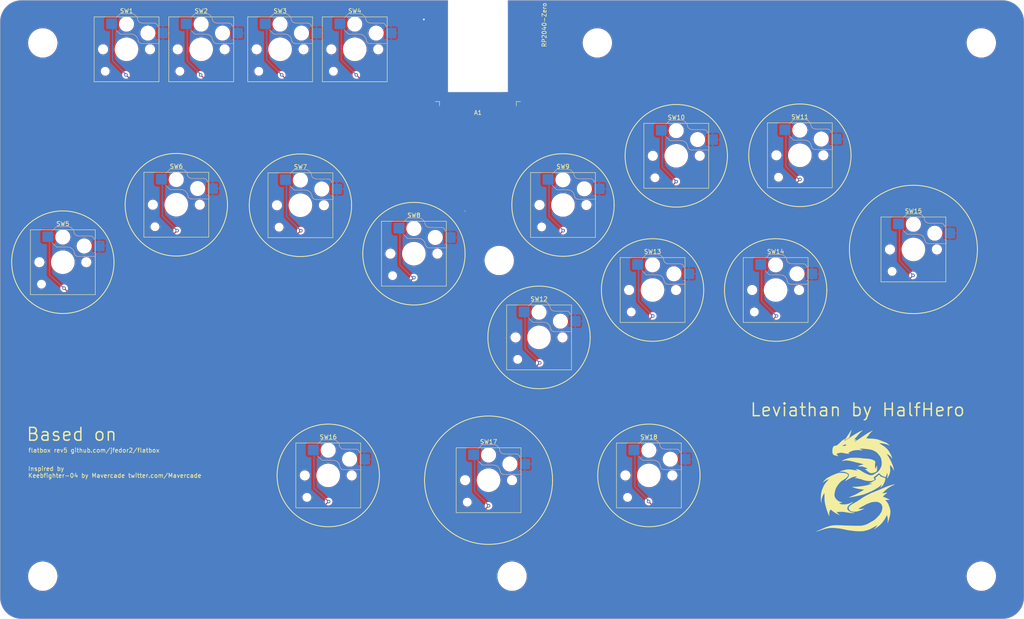
<source format=kicad_pcb>
(kicad_pcb (version 20240108) (generator "pcbnew") (generator_version "8.0")
  (layers (0 "F.Cu" signal) (31 "B.Cu" signal) (34 "B.Paste" user) (35 "F.Paste" user) (36 "B.SilkS" user "B.Silkscreen") (37 "F.SilkS" user "F.Silkscreen") (38 "B.Mask" user) (39 "F.Mask" user) (44 "Edge.Cuts" user))
  (net 0 "")
  (net 1 "GND")
  (net 2 "LEFT")
  (net 3 "DOWN")
  (net 4 "RIGHT")
  (net 5 "UP")
  (net 6 "L1")
  (net 7 "R1")
  (net 8 "TRIANGLE")
  (net 9 "SQUARE")
  (net 10 "CIRCLE")
  (net 11 "CROSS")
  (net 12 "R2")
  (net 13 "L2")
  (net 14 "OPT1")
  (net 15 "OPT2")
  (net 16 "OPT3")
  (net 17 "OPT4")
  (net 18 "OPT5")
  (net 19 "OPT6")
  (footprint "PCM_Switch_Keyboard_Hotswap_Kailh:SW_Hotswap_Kailh_Choc_V1V2" (layer "F.Cu") (at 120.4 68.05)
    (property "Reference" "SW7")
    (property "Value" "SW_Push")
  )
  (footprint "PCM_Switch_Keyboard_Hotswap_Kailh:SW_Hotswap_Kailh_Choc_V1V2" (layer "F.Cu") (at 147 79.4)
    (property "Reference" "SW8")
    (property "Value" "SW_Push")
  )
  (footprint "PCM_Switch_Keyboard_Hotswap_Kailh:SW_Hotswap_Kailh_Choc_V1V2" (layer "F.Cu") (at 164.5 132.5)
    (property "Reference" "SW17")
    (property "Value" "SW_Push")
  )
  (footprint "PCM_Switch_Keyboard_Hotswap_Kailh:SW_Hotswap_Kailh_Choc_V1V2" (layer "F.Cu") (at 181.94 67.99)
    (property "Reference" "SW9")
    (property "Value" "SW_Push")
  )
  (footprint "PCM_Switch_Keyboard_Hotswap_Kailh:SW_Hotswap_Kailh_Choc_V1V2" (layer "F.Cu") (at 208.5 56.46)
    (property "Reference" "SW10")
    (property "Value" "SW_Push")
  )
  (footprint "PCM_Switch_Keyboard_Hotswap_Kailh:SW_Hotswap_Kailh_Choc_V1V2" (layer "F.Cu") (at 237.47 56.34)
    (property "Reference" "SW11")
    (property "Value" "SW_Push")
  )
  (footprint "PCM_Switch_Keyboard_Hotswap_Kailh:SW_Hotswap_Kailh_Choc_V1V2" (layer "F.Cu") (at 176.33 99.03)
    (property "Reference" "SW12")
    (property "Value" "SW_Push")
  )
  (footprint "PCM_Switch_Keyboard_Hotswap_Kailh:SW_Hotswap_Kailh_Choc_V1V2" (layer "F.Cu") (at 202.94 87.92)
    (property "Reference" "SW13")
    (property "Value" "SW_Push")
  )
  (footprint "PCM_Switch_Keyboard_Hotswap_Kailh:SW_Hotswap_Kailh_Choc_V1V2" (layer "F.Cu") (at 231.79 87.92)
    (property "Reference" "SW14")
    (property "Value" "SW_Push")
  )
  (footprint "MountingHole:MountingHole_6.4mm_M6" (layer "F.Cu") (at 60 30)
    (property "Reference" "H1" (hide yes))
    (property "Value" "MountingHole")
  )
  (footprint "MountingHole:MountingHole_6.4mm_M6" (layer "F.Cu") (at 60 155)
    (property "Reference" "H4" (hide yes))
    (property "Value" "MountingHole")
  )
  (footprint "MountingHole:MountingHole_6.4mm_M6" (layer "F.Cu") (at 280 155)
    (property "Reference" "H6" (hide yes))
    (property "Value" "MountingHole")
  )
  (footprint "PCM_Switch_Keyboard_Hotswap_Kailh:SW_Hotswap_Kailh_Choc_V1V2" (layer "F.Cu") (at 91.305 67.93)
    (property "Reference" "SW6")
    (property "Value" "SW_Push")
  )
  (footprint "MountingHole:MountingHole_6.4mm_M6" (layer "F.Cu") (at 280 30)
    (property "Reference" "H3" (hide yes))
    (property "Value" "MountingHole")
  )
  (footprint "PCM_Switch_Keyboard_Hotswap_Kailh:SW_Hotswap_Kailh_Choc_V1V2_1.00u" (layer "F.Cu") (at 97.1375 31.5)
    (property "Reference" "SW2")
    (property "Value" "SW_Push")
  )
  (footprint "PCM_Switch_Keyboard_Hotswap_Kailh:SW_Hotswap_Kailh_Choc_V1V2_1.00u" (layer "F.Cu") (at 115.6365 31.5)
    (property "Reference" "SW3")
    (property "Value" "SW_Push")
  )
  (footprint "PCM_Switch_Keyboard_Hotswap_Kailh:SW_Hotswap_Kailh_Choc_V1V2_1.00u" (layer "F.Cu") (at 79.6375 31.5)
    (property "Reference" "SW1")
    (property "Value" "SW_Push")
  )
  (footprint "PCM_Switch_Keyboard_Hotswap_Kailh:SW_Hotswap_Kailh_Choc_V1V2_1.00u" (layer "F.Cu") (at 133.1375 31.5)
    (property "Reference" "SW4")
    (property "Value" "SW_Push")
  )
  (footprint "PCM_Switch_Keyboard_Hotswap_Kailh:SW_Hotswap_Kailh_Choc_V1V2" (layer "F.Cu") (at 64.705 81.4)
    (property "Reference" "SW5")
    (property "Value" "SW_Push")
  )
  (footprint "PCM_Switch_Keyboard_Hotswap_Kailh:SW_Hotswap_Kailh_Choc_V1V2" (layer "F.Cu") (at 264.086255 78.410082)
    (property "Reference" "SW15")
    (property "Value" "SW_Push")
  )
  (footprint "PCM_Switch_Keyboard_Hotswap_Kailh:SW_Hotswap_Kailh_Choc_V1V2" (layer "F.Cu") (at 126.92 131.38)
    (property "Reference" "SW16")
    (property "Value" "SW_Push")
  )
  (footprint "LOGO" (layer "F.Cu") (at 250.66 132.44)
    (property "Reference" "leviathan-logo" (hide yes))
    (property "Value" "" (hide yes))
  )
  (footprint "RP2040-Zero:RP2040-Zero" (layer "F.Cu") (at 162 32)
    (property "Reference" "A1")
    (property "Value" "RP2040-Zero")
  )
  (footprint "MountingHole:MountingHole_6.4mm_M6" (layer "F.Cu") (at 167 81)
    (property "Reference" "H7" (hide yes))
    (property "Value" "MountingHole")
  )
  (footprint "MountingHole:MountingHole_6.4mm_M6" (layer "F.Cu") (at 190 30)
    (property "Reference" "H2" (hide yes))
    (property "Value" "MountingHole")
  )
  (footprint "MountingHole:MountingHole_6.4mm_M6" (layer "F.Cu") (at 170 155)
    (property "Reference" "H5" (hide yes))
    (property "Value" "MountingHole")
  )
  (footprint "PCM_Switch_Keyboard_Hotswap_Kailh:SW_Hotswap_Kailh_Choc_V1V2" (layer "F.Cu") (at 202.08 131.38)
    (property "Reference" "SW18")
    (property "Value" "SW_Push")
  )
  (gr_line (start 249.462567 56.343258) (end 249.462567 56.343258) (stroke (width 0.2)) (layer "F.SilkS"))
  (gr_curve (pts (xy 132.917215 141.799308) (xy 129.20603 143.947765) (xy 124.633662 143.947765) (xy 120.922477 141.799308)) (stroke (width 0.2)) (layer "F.SilkS"))
  (gr_curve (pts (xy 108.400345 68.05053) (xy 108.400345 63.753617) (xy 110.686529 59.783105) (xy 114.397714 57.634648)) (stroke (width 0.2)) (layer "F.SilkS"))
  (gr_curve (pts (xy 70.701646 91.818162) (xy 66.990462 93.966619) (xy 62.418093 93.966619) (xy 58.706909 91.818162)) (stroke (width 0.2)) (layer "F.SilkS"))
  (gr_curve (pts (xy 126.392452 57.634648) (xy 130.103636 59.783105) (xy 132.389821 63.753617) (xy 132.389821 68.05053)) (stroke (width 0.2)) (layer "F.SilkS"))
  (gr_curve (pts (xy 214.492661 66.8774) (xy 210.781476 69.025857) (xy 206.209108 69.025857) (xy 202.497923 66.8774)) (stroke (width 0.2)) (layer "F.SilkS"))
  (gr_curve (pts (xy 249.077592 78.409747) (xy 249.077592 73.034523) (xy 251.937493 68.067611) (xy 256.58 65.38)) (stroke (width 0.2)) (layer "F.SilkS"))
  (gr_line (start 220.49003 56.461518) (end 220.49003 56.461518) (stroke (width 0.2)) (layer "F.SilkS"))
  (gr_curve (pts (xy 156.993745 145.529412) (xy 152.351238 142.8418) (xy 149.491337 137.874889) (xy 149.491337 132.499665)) (stroke (width 0.2)) (layer "F.SilkS"))
  (gr_curve (pts (xy 237.78893 98.333303) (xy 234.077745 100.481759) (xy 229.505377 100.481759) (xy 225.794192 98.333303)) (stroke (width 0.2)) (layer "F.SilkS"))
  (gr_curve (pts (xy 279.087224 78.409747) (xy 279.087224 83.784971) (xy 276.227322 88.751882) (xy 271.584816 91.439494)) (stroke (width 0.2)) (layer "F.SilkS"))
  (gr_curve (pts (xy 190.085108 131.383426) (xy 190.085108 127.086513) (xy 192.371293 123.116001) (xy 196.082477 120.967546)) (stroke (width 0.2)) (layer "F.SilkS"))
  (gr_curve (pts (xy 70.701646 70.986398) (xy 74.412831 73.134855) (xy 76.699015 77.105367) (xy 76.699015 81.40228)) (stroke (width 0.2)) (layer "F.SilkS"))
  (gr_curve (pts (xy 225.794192 77.501539) (xy 229.505377 75.353082) (xy 234.077745 75.353082) (xy 237.78893 77.501539)) (stroke (width 0.2)) (layer "F.SilkS"))
  (gr_curve (pts (xy 175.945684 78.410868) (xy 172.234499 76.262411) (xy 169.948315 72.2919) (xy 169.948315 67.994986)) (stroke (width 0.2)) (layer "F.SilkS"))
  (gr_curve (pts (xy 243.786299 87.917421) (xy 243.786299 92.214334) (xy 241.500115 96.184846) (xy 237.78893 98.333303)) (stroke (width 0.2)) (layer "F.SilkS"))
  (gr_curve (pts (xy 120.922477 120.967546) (xy 124.633662 118.819088) (xy 129.20603 118.819088) (xy 132.917215 120.967546)) (stroke (width 0.2)) (layer "F.SilkS"))
  (gr_curve (pts (xy 243.465198 45.927376) (xy 247.176383 48.075832) (xy 249.462567 52.046344) (xy 249.462567 56.343258)) (stroke (width 0.2)) (layer "F.SilkS"))
  (gr_line (start 214.932021 87.917421) (end 214.932021 87.917421) (stroke (width 0.2)) (layer "F.SilkS"))
  (gr_curve (pts (xy 126.392452 78.466412) (xy 122.681267 80.614869) (xy 118.108899 80.614869) (xy 114.397714 78.466412)) (stroke (width 0.2)) (layer "F.SilkS"))
  (gr_curve (pts (xy 208.934652 98.333303) (xy 205.223467 100.481759) (xy 200.651099 100.481759) (xy 196.939914 98.333303)) (stroke (width 0.2)) (layer "F.SilkS"))
  (gr_line (start 279.087224 78.409747) (end 279.087224 78.409747) (stroke (width 0.2)) (layer "F.SilkS"))
  (gr_curve (pts (xy 219.796823 87.917421) (xy 219.796823 83.620507) (xy 222.083008 79.649996) (xy 225.794192 77.501539)) (stroke (width 0.2)) (layer "F.SilkS"))
  (gr_curve (pts (xy 171.998561 145.529412) (xy 167.356055 148.217024) (xy 161.636251 148.217024) (xy 156.993745 145.529412)) (stroke (width 0.2)) (layer "F.SilkS"))
  (gr_curve (pts (xy 202.497923 46.045636) (xy 206.209108 43.89718) (xy 210.781476 43.89718) (xy 214.492661 46.045636)) (stroke (width 0.2)) (layer "F.SilkS"))
  (gr_curve (pts (xy 114.925108 131.383426) (xy 114.925108 127.086513) (xy 117.211293 123.116001) (xy 120.922477 120.967546)) (stroke (width 0.2)) (layer "F.SilkS"))
  (gr_curve (pts (xy 120.922477 141.799308) (xy 117.211293 139.650852) (xy 114.925108 135.68034) (xy 114.925108 131.383426)) (stroke (width 0.2)) (layer "F.SilkS"))
  (gr_curve (pts (xy 97.301646 57.516398) (xy 101.012831 59.664855) (xy 103.299015 63.635367) (xy 103.299015 67.93228)) (stroke (width 0.2)) (layer "F.SilkS"))
  (gr_curve (pts (xy 58.706909 70.986398) (xy 62.418093 68.837941) (xy 66.990462 68.837941) (xy 70.701646 70.986398)) (stroke (width 0.2)) (layer "F.SilkS"))
  (gr_curve (pts (xy 193.937791 67.994986) (xy 193.937791 72.2919) (xy 191.651607 76.262411) (xy 187.940422 78.410868)) (stroke (width 0.2)) (layer "F.SilkS"))
  (gr_curve (pts (xy 85.306909 57.516398) (xy 89.018093 55.367941) (xy 93.590462 55.367941) (xy 97.301646 57.516398)) (stroke (width 0.2)) (layer "F.SilkS"))
  (gr_curve (pts (xy 164.335108 99.033426) (xy 164.335108 94.736513) (xy 166.621293 90.766001) (xy 170.332477 88.617546)) (stroke (width 0.2)) (layer "F.SilkS"))
  (gr_curve (pts (xy 196.082477 141.799308) (xy 192.371293 139.650852) (xy 190.085108 135.68034) (xy 190.085108 131.383426)) (stroke (width 0.2)) (layer "F.SilkS"))
  (gr_curve (pts (xy 225.473091 56.343258) (xy 225.473091 52.046344) (xy 227.759275 48.075832) (xy 231.47046 45.927376)) (stroke (width 0.2)) (layer "F.SilkS"))
  (gr_curve (pts (xy 152.999904 89.818924) (xy 149.288719 91.96738) (xy 144.716351 91.96738) (xy 141.005166 89.818924)) (stroke (width 0.2)) (layer "F.SilkS"))
  (gr_curve (pts (xy 135.007798 79.403042) (xy 135.007798 75.106128) (xy 137.293982 71.135617) (xy 141.005166 68.98716)) (stroke (width 0.2)) (layer "F.SilkS"))
  (gr_curve (pts (xy 170.332477 88.617546) (xy 174.043662 86.469088) (xy 178.61603 86.469088) (xy 182.327215 88.617546)) (stroke (width 0.2)) (layer "F.SilkS"))
  (gr_curve (pts (xy 187.940422 57.579104) (xy 191.651607 59.727561) (xy 193.937791 63.698073) (xy 193.937791 67.994986)) (stroke (width 0.2)) (layer "F.SilkS"))
  (gr_curve (pts (xy 196.082477 120.967546) (xy 199.793662 118.819088) (xy 204.36603 118.819088) (xy 208.077215 120.967546)) (stroke (width 0.2)) (layer "F.SilkS"))
  (gr_curve (pts (xy 208.077215 120.967546) (xy 211.7884 123.116001) (xy 214.074584 127.086513) (xy 214.074584 131.383426)) (stroke (width 0.2)) (layer "F.SilkS"))
  (gr_curve (pts (xy 58.706909 91.818162) (xy 54.995724 89.669705) (xy 52.70954 85.699193) (xy 52.70954 81.40228)) (stroke (width 0.2)) (layer "F.SilkS"))
  (gr_line (start 188.324584 99.033426) (end 188.324584 99.033426) (stroke (width 0.2)) (layer "F.SilkS"))
  (gr_curve (pts (xy 214.932021 87.917421) (xy 214.932021 92.214334) (xy 212.645837 96.184846) (xy 208.934652 98.333303)) (stroke (width 0.2)) (layer "F.SilkS"))
  (gr_curve (pts (xy 171.998561 119.469918) (xy 176.641067 122.157529) (xy 179.500969 127.124441) (xy 179.500969 132.499665)) (stroke (width 0.2)) (layer "F.SilkS"))
  (gr_curve (pts (xy 208.077215 141.799308) (xy 204.36603 143.947765) (xy 199.793662 143.947765) (xy 196.082477 141.799308)) (stroke (width 0.2)) (layer "F.SilkS"))
  (gr_curve (pts (xy 97.301646 78.348162) (xy 93.590462 80.496619) (xy 89.018093 80.496619) (xy 85.306909 78.348162)) (stroke (width 0.2)) (layer "F.SilkS"))
  (gr_curve (pts (xy 202.497923 66.8774) (xy 198.786739 64.728943) (xy 196.500555 60.758432) (xy 196.500555 56.461518)) (stroke (width 0.2)) (layer "F.SilkS"))
  (gr_curve (pts (xy 149.491337 132.499665) (xy 149.491337 127.124441) (xy 152.351238 122.157529) (xy 156.993745 119.469918)) (stroke (width 0.2)) (layer "F.SilkS"))
  (gr_line (start 193.937791 67.994986) (end 193.937791 67.994986) (stroke (width 0.2)) (layer "F.SilkS"))
  (gr_curve (pts (xy 182.327215 88.617546) (xy 186.0384 90.766001) (xy 188.324584 94.736513) (xy 188.324584 99.033426)) (stroke (width 0.2)) (layer "F.SilkS"))
  (gr_curve (pts (xy 256.58 91.439494) (xy 251.937493 88.751882) (xy 249.077592 83.784971) (xy 249.077592 78.409747)) (stroke (width 0.2)) (layer "F.SilkS"))
  (gr_curve (pts (xy 196.939914 98.333303) (xy 193.228729 96.184846) (xy 190.942545 92.214334) (xy 190.942545 87.917421)) (stroke (width 0.2)) (layer "F.SilkS"))
  (gr_curve (pts (xy 214.492661 46.045636) (xy 218.203846 48.194093) (xy 220.49003 52.164605) (xy 220.49003 56.461518)) (stroke (width 0.2)) (layer "F.SilkS"))
  (gr_curve (pts (xy 196.939914 77.501539) (xy 200.651099 75.353082) (xy 205.223467 75.353082) (xy 208.934652 77.501539)) (stroke (width 0.2)) (layer "F.SilkS"))
  (gr_curve (pts (xy 103.299015 67.93228) (xy 103.299015 72.229193) (xy 101.012831 76.199705) (xy 97.301646 78.348162)) (stroke (width 0.2)) (layer "F.SilkS"))
  (gr_curve (pts (xy 214.074584 131.383426) (xy 214.074584 135.68034) (xy 211.7884 139.650852) (xy 208.077215 141.799308)) (stroke (width 0.2)) (layer "F.SilkS"))
  (gr_curve (pts (xy 196.500555 56.461518) (xy 196.500555 52.164605) (xy 198.786739 48.194093) (xy 202.497923 46.045636)) (stroke (width 0.2)) (layer "F.SilkS"))
  (gr_curve (pts (xy 256.58 65.38) (xy 261.222506 62.692388) (xy 266.94231 62.692388) (xy 271.584816 65.38)) (stroke (width 0.2)) (layer "F.SilkS"))
  (gr_line (start 103.299015 67.93228) (end 103.299015 67.93228) (stroke (width 0.2)) (layer "F.SilkS"))
  (gr_curve (pts (xy 141.005166 68.98716) (xy 144.716351 66.838703) (xy 149.288719 66.838703) (xy 152.999904 68.98716)) (stroke (width 0.2)) (layer "F.SilkS"))
  (gr_curve (pts (xy 179.500969 132.499665) (xy 179.500969 137.874889) (xy 176.641067 142.8418) (xy 171.998561 145.529412)) (stroke (width 0.2)) (layer "F.SilkS"))
  (gr_curve (pts (xy 190.942545 87.917421) (xy 190.942545 83.620507) (xy 193.228729 79.649996) (xy 196.939914 77.501539)) (stroke (width 0.2)) (layer "F.SilkS"))
  (gr_curve (pts (xy 138.914584 131.383426) (xy 138.914584 135.68034) (xy 136.6284 139.650852) (xy 132.917215 141.799308)) (stroke (width 0.2)) (layer "F.SilkS"))
  (gr_curve (pts (xy 52.70954 81.40228) (xy 52.70954 77.105367) (xy 54.995724 73.134855) (xy 58.706909 70.986398)) (stroke (width 0.2)) (layer "F.SilkS"))
  (gr_curve (pts (xy 152.999904 68.98716) (xy 156.711089 71.135617) (xy 158.997273 75.106128) (xy 158.997273 79.403042)) (stroke (width 0.2)) (layer "F.SilkS"))
  (gr_curve (pts (xy 156.993745 119.469918) (xy 161.636251 116.782306) (xy 167.356055 116.782306) (xy 171.998561 119.469918)) (stroke (width 0.2)) (layer "F.SilkS"))
  (gr_curve (pts (xy 141.005166 89.818924) (xy 137.293982 87.670467) (xy 135.007798 83.699955) (xy 135.007798 79.403042)) (stroke (width 0.2)) (layer "F.SilkS"))
  (gr_curve (pts (xy 243.465198 66.759139) (xy 239.754013 68.907596) (xy 235.181645 68.907596) (xy 231.47046 66.759139)) (stroke (width 0.2)) (layer "F.SilkS"))
  (gr_curve (pts (xy 114.397714 78.466412) (xy 110.686529 76.317955) (xy 108.400345 72.347444) (xy 108.400345 68.05053)) (stroke (width 0.2)) (layer "F.SilkS"))
  (gr_curve (pts (xy 220.49003 56.461518) (xy 220.49003 60.758432) (xy 218.203846 64.728943) (xy 214.492661 66.8774)) (stroke (width 0.2)) (layer "F.SilkS"))
  (gr_curve (pts (xy 132.917215 120.967546) (xy 136.6284 123.116001) (xy 138.914584 127.086513) (xy 138.914584 131.383426)) (stroke (width 0.2)) (layer "F.SilkS"))
  (gr_curve (pts (xy 231.47046 66.759139) (xy 227.759275 64.610683) (xy 225.473091 60.640171) (xy 225.473091 56.343258)) (stroke (width 0.2)) (layer "F.SilkS"))
  (gr_curve (pts (xy 170.332477 109.449308) (xy 166.621293 107.300852) (xy 164.335108 103.33034) (xy 164.335108 99.033426)) (stroke (width 0.2)) (layer "F.SilkS"))
  (gr_curve (pts (xy 114.397714 57.634648) (xy 118.108899 55.486192) (xy 122.681267 55.486192) (xy 126.392452 57.634648)) (stroke (width 0.2)) (layer "F.SilkS"))
  (gr_curve (pts (xy 169.948315 67.994986) (xy 169.948315 63.698073) (xy 172.234499 59.727561) (xy 175.945684 57.579104)) (stroke (width 0.2)) (layer "F.SilkS"))
  (gr_line (start 158.997273 69.403042) (end 158.997273 69.403042) (stroke (width 0.2)) (layer "F.SilkS"))
  (gr_curve (pts (xy 271.584816 65.38) (xy 276.227322 68.067611) (xy 279.087224 73.034523) (xy 279.087224 78.409747)) (stroke (width 0.2)) (layer "F.SilkS"))
  (gr_line (start 132.389821 68.05053) (end 132.389821 68.05053) (stroke (width 0.2)) (layer "F.SilkS"))
  (gr_curve (pts (xy 182.327215 109.449308) (xy 178.61603 111.597765) (xy 174.043662 111.597765) (xy 170.332477 109.449308)) (stroke (width 0.2)) (layer "F.SilkS"))
  (gr_curve (pts (xy 188.324584 99.033426) (xy 188.324584 103.33034) (xy 186.0384 107.300852) (xy 182.327215 109.449308)) (stroke (width 0.2)) (layer "F.SilkS"))
  (gr_curve (pts (xy 132.389821 68.05053) (xy 132.389821 72.347444) (xy 130.103636 76.317955) (xy 126.392452 78.466412)) (stroke (width 0.2)) (layer "F.SilkS"))
  (gr_curve (pts (xy 225.794192 98.333303) (xy 222.083008 96.184846) (xy 219.796823 92.214334) (xy 219.796823 87.917421)) (stroke (width 0.2)) (layer "F.SilkS"))
  (gr_curve (pts (xy 208.934652 77.501539) (xy 212.645837 79.649996) (xy 214.932021 83.620507) (xy 214.932021 87.917421)) (stroke (width 0.2)) (layer "F.SilkS"))
  (gr_curve (pts (xy 85.306909 78.348162) (xy 81.595724 76.199705) (xy 79.30954 72.229193) (xy 79.30954 67.93228)) (stroke (width 0.2)) (layer "F.SilkS"))
  (gr_curve (pts (xy 76.699015 81.40228) (xy 76.699015 85.699193) (xy 74.412831 89.669705) (xy 70.701646 91.818162)) (stroke (width 0.2)) (layer "F.SilkS"))
  (gr_curve (pts (xy 79.30954 67.93228) (xy 79.30954 63.635367) (xy 81.595724 59.664855) (xy 85.306909 57.516398)) (stroke (width 0.2)) (layer "F.SilkS"))
  (gr_line (start 179.500969 132.499665) (end 179.500969 132.499665) (stroke (width 0.2)) (layer "F.SilkS"))
  (gr_curve (pts (xy 158.997273 79.403042) (xy 158.997273 83.699955) (xy 156.711089 87.670467) (xy 152.999904 89.818924)) (stroke (width 0.2)) (layer "F.SilkS"))
  (gr_curve (pts (xy 187.940422 78.410868) (xy 184.229237 80.559325) (xy 179.656869 80.559325) (xy 175.945684 78.410868)) (stroke (width 0.2)) (layer "F.SilkS"))
  (gr_curve (pts (xy 237.78893 77.501539) (xy 241.500115 79.649996) (xy 243.786299 83.620507) (xy 243.786299 87.917421)) (stroke (width 0.2)) (layer "F.SilkS"))
  (gr_curve (pts (xy 231.47046 45.927376) (xy 235.181645 43.778919) (xy 239.754013 43.778919) (xy 243.465198 45.927376)) (stroke (width 0.2)) (layer "F.SilkS"))
  (gr_curve (pts (xy 249.462567 56.343258) (xy 249.462567 60.640171) (xy 247.176383 64.610683) (xy 243.465198 66.759139)) (stroke (width 0.2)) (layer "F.SilkS"))
  (gr_curve (pts (xy 175.945684 57.579104) (xy 179.656869 55.430648) (xy 184.229237 55.430648) (xy 187.940422 57.579104)) (stroke (width 0.2)) (layer "F.SilkS"))
  (gr_line (start 243.786299 87.917421) (end 243.786299 87.917421) (stroke (width 0.2)) (layer "F.SilkS"))
  (gr_curve (pts (xy 271.584816 91.439494) (xy 266.94231 94.127106) (xy 261.222506 94.127106) (xy 256.58 91.439494)) (stroke (width 0.2)) (layer "F.SilkS"))
  (gr_line (start 169 20) (end 285 20) (stroke (width 0.05)) (layer "Edge.Cuts"))
  (gr_line (start 155 20) (end 155 41.5) (stroke (width 0.05)) (layer "Edge.Cuts"))
  (gr_arc (start 285 20) (mid 288.535534 21.464466) (end 290 25) (stroke (width 0.05)) (layer "Edge.Cuts"))
  (gr_line (start 169 41.5) (end 169 20) (stroke (width 0.05)) (layer "Edge.Cuts"))
  (gr_line (start 50 25) (end 50 160) (stroke (width 0.05)) (layer "Edge.Cuts"))
  (gr_arc (start 55 165) (mid 51.464466 163.535534) (end 50 160) (stroke (width 0.05)) (layer "Edge.Cuts"))
  (gr_arc (start 50 25) (mid 51.464466 21.464466) (end 55 20) (stroke (width 0.05)) (layer "Edge.Cuts"))
  (gr_line (start 55 20) (end 155 20) (stroke (width 0.05)) (layer "Edge.Cuts"))
  (gr_arc (start 290 160) (mid 288.535534 163.535534) (end 285 165) (stroke (width 0.05)) (layer "Edge.Cuts"))
  (gr_line (start 290 25) (end 290 160) (stroke (width 0.05)) (layer "Edge.Cuts"))
  (gr_line (start 55 165) (end 285 165) (stroke (width 0.05)) (layer "Edge.Cuts"))
  (gr_line (start 155 41.5) (end 169 41.5) (stroke (width 0.05)) (layer "Edge.Cuts"))
  (gr_text "RP2040-Zero" (at 177.56 25.79 90) (layer "F.SilkS") (effects (font (size 1 1))))
  (gr_text "Based on" (at 56 123.5 0) (layer "F.SilkS") (effects (font (size 3 3) (thickness 0.33)) (justify left bottom)))
  (gr_text "Inspired by\nKeebfighter-04 by Mavercade twitter.com/Mavercade" (at 56.5 132 0) (layer "F.SilkS") (effects (font (size 1 1)) (justify left bottom)))
  (gr_text "flatbox rev5 github.com/jfedor2/flatbox" (at 72 125.5 0) (layer "F.SilkS") (effects (font (size 1 1))))
  (gr_text "Leviathan by HalfHero" (at 251 116 0) (layer "F.SilkS") (effects (font (size 3 3) (thickness 0.33))))
  (segment (start 149.33 24.5) (end 152.67 24.5) (width 0.381) (layer "F.Cu") (net 1))
  (via (at 149.33 24.5) (size 0.8) (drill 0.4) (layers "F.Cu" "B.Cu") (net 1))
  (segment (start 79 52.5) (end 79 76) (width 0.254) (layer "F.Cu") (net 2))
  (segment (start 85.5 80) (end 91.5 74) (width 0.254) (layer "F.Cu") (net 2))
  (segment (start 141.5 46.5) (end 85 46.5) (width 0.254) (layer "F.Cu") (net 2))
  (segment (start 152.84 42.16) (end 145.84 42.16) (width 0.254) (layer "F.Cu") (net 2))
  (segment (start 85 46.5) (end 79 52.5) (width 0.254) (layer "F.Cu") (net 2))
  (segment (start 83 80) (end 85.5 80) (width 0.254) (layer "F.Cu") (net 2))
  (segment (start 79 76) (end 83 80) (width 0.254) (layer "F.Cu") (net 2))
  (segment (start 145.84 42.16) (end 141.5 46.5) (width 0.254) (layer "F.Cu") (net 2))
  (via (at 91.5 74) (size 0.8) (drill 0.4) (layers "F.Cu" "B.Cu") (net 2))
  (segment (start 91.305 73.83) (end 91.5 74) (width 0.254) (layer "B.Cu") (net 2))
  (segment (start 91.5 74) (end 88.03 70.555) (width 0.254) (layer "B.Cu") (net 2))
  (segment (start 88.03 70.555) (end 88.03 61.98) (width 0.254) (layer "B.Cu") (net 2))
  (segment (start 104.5 53.5) (end 109.5 48.5) (width 0.254) (layer "F.Cu") (net 3))
  (segment (start 156.92 48.5) (end 159.46 45.96) (width 0.254) (layer "F.Cu") (net 3))
  (segment (start 109.5 48.5) (end 156.5 48.5) (width 0.254) (layer "F.Cu") (net 3))
  (segment (start 120.5 74) (end 114 80.5) (width 0.254) (layer "F.Cu") (net 3))
  (segment (start 159.46 45.96) (end 159.46 43.7) (width 0.254) (layer "F.Cu") (net 3))
  (segment (start 104.5 74.5) (end 104.5 53.5) (width 0.254) (layer "F.Cu") (net 3))
  (segment (start 156.5 48.5) (end 156.92 48.5) (width 0.254) (layer "F.Cu") (net 3))
  (segment (start 110.5 80.5) (end 104.5 74.5) (width 0.254) (layer "F.Cu") (net 3))
  (segment (start 114 80.5) (end 110.5 80.5) (width 0.254) (layer "F.Cu") (net 3))
  (via (at 120.5 74) (size 0.8) (drill 0.4) (layers "F.Cu" "B.Cu") (net 3))
  (segment (start 117.125 62.1) (end 117.125 70.675) (width 0.254) (layer "B.Cu") (net 3))
  (segment (start 120.5 74.05) (end 120.4 73.95) (width 0.254) (layer "B.Cu") (net 3))
  (segment (start 120.45 74) (end 120.5 74) (width 0.254) (layer "B.Cu") (net 3))
  (segment (start 117.125 70.675) (end 120.45 74) (width 0.254) (layer "B.Cu") (net 3))
  (segment (start 120.5 74) (end 120.5 74.05) (width 0.254) (layer "B.Cu") (net 3))
  (segment (start 134.5 51.5) (end 134.5 87.5) (width 0.254) (layer "F.Cu") (net 4))
  (segment (start 162 43.7) (end 162 46) (width 0.254) (layer "F.Cu") (net 4))
  (segment (start 162 46) (end 158.5 49.5) (width 0.254) (layer "F.Cu") (net 4))
  (segment (start 141 91) (end 147 85) (width 0.254) (layer "F.Cu") (net 4))
  (segment (start 136.5 49.5) (end 134.5 51.5) (width 0.254) (layer "F.Cu") (net 4))
  (segment (start 158.5 49.5) (end 136.5 49.5) (width 0.254) (layer "F.Cu") (net 4))
  (segment (start 138 91) (end 141 91) (width 0.254) (layer "F.Cu") (net 4))
  (segment (start 134.5 87.5) (end 138 91) (width 0.254) (layer "F.Cu") (net 4))
  (via (at 147 85) (size 0.8) (drill 0.4) (layers "F.Cu" "B.Cu") (net 4))
  (segment (start 146.7 85) (end 147 85) (width 0.254) (layer "B.Cu") (net 4))
  (segment (start 143.725 73.45) (end 143.725 82.025) (width 0.254) (layer "B.Cu") (net 4))
  (segment (start 147 85) (end 147 85.3) (width 0.254) (layer "B.Cu") (net 4))
  (segment (start 147 85.3) (end 147 85.3) (width 0.254) (layer "B.Cu") (net 4))
  (segment (start 143.725 82.025) (end 146.7 85) (width 0.254) (layer "B.Cu") (net 4))
  (segment (start 144 139) (end 151 146) (width 0.254) (layer "F.Cu") (net 5))
  (segment (start 161 49.5) (end 159.5 51) (width 0.254) (layer "F.Cu") (net 5))
  (segment (start 159.5 113.5) (end 144 129) (width 0.254) (layer "F.Cu") (net 5))
  (segment (start 144 129) (end 144 139) (width 0.254) (layer "F.Cu") (net 5))
  (segment (start 159.5 51) (end 159.5 113.5) (width 0.254) (layer "F.Cu") (net 5))
  (segment (start 157 146) (end 164.5 138.5) (width 0.254) (layer "F.Cu") (net 5))
  (segment (start 151 146) (end 157 146) (width 0.254) (layer "F.Cu") (net 5))
  (segment (start 164.54 43.7) (end 164.54 45.96) (width 0.254) (layer "F.Cu") (net 5))
  (segment (start 164.54 45.96) (end 161 49.5) (width 0.254) (layer "F.Cu") (net 5))
  (via (at 164.5 138.5) (size 0.8) (drill 0.4) (layers "F.Cu" "B.Cu") (net 5))
  (segment (start 161.225 126.55) (end 161.225 135.125) (width 0.254) (layer "B.Cu") (net 5))
  (segment (start 164.5 138.4) (end 164.5 138.5) (width 0.254) (layer "B.Cu") (net 5))
  (segment (start 164.6 138.5) (end 164.5 138.4) (width 0.254) (layer "B.Cu") (net 5))
  (segment (start 164.5 138.5) (end 164.6 138.5) (width 0.254) (layer "B.Cu") (net 5))
  (segment (start 161.225 135.125) (end 164.5 138.4) (width 0.254) (layer "B.Cu") (net 5))
  (segment (start 251 45) (end 251 69.5) (width 0.254) (layer "F.Cu") (net 6))
  (segment (start 194 41) (end 195.5 39.5) (width 0.254) (layer "F.Cu") (net 6))
  (segment (start 171.16 29.46) (end 172.96 29.46) (width 0.254) (layer "F.Cu") (net 6))
  (segment (start 173 29.5) (end 184.5 41) (width 0.254) (layer "F.Cu") (net 6))
  (segment (start 247 73.5) (end 247 89) (width 0.254) (layer "F.Cu") (net 6))
  (segment (start 245.5 39.5) (end 251 45) (width 0.254) (layer "F.Cu") (net 6))
  (segment (start 252 94) (end 254.5 94) (width 0.254) (layer "F.Cu") (net 6))
  (segment (start 254.5 94) (end 264 84.5) (width 0.254) (layer "F.Cu") (net 6))
  (segment (start 172.96 29.46) (end 173 29.5) (width 0.254) (layer "F.Cu") (net 6))
  (segment (start 247 89) (end 252 94) (width 0.254) (layer "F.Cu") (net 6))
  (segment (start 195.5 39.5) (end 245.5 39.5) (width 0.254) (layer "F.Cu") (net 6))
  (segment (start 251 69.5) (end 247 73.5) (width 0.254) (layer "F.Cu") (net 6))
  (segment (start 184.5 41) (end 194 41) (width 0.254) (layer "F.Cu") (net 6))
  (via (at 264 84.5) (size 0.8) (drill 0.4) (layers "F.Cu" "B.Cu") (net 6))
  (segment (start 260.811255 81.035082) (end 264 84.5) (width 0.254) (layer "B.Cu") (net 6))
  (segment (start 260.811255 72.460082) (end 260.811255 81.035082) (width 0.254) (layer "B.Cu") (net 6))
  (segment (start 264 84.5) (end 264.086255 84.310082) (width 0.254) (layer "B.Cu") (net 6))
  (segment (start 184 42.5) (end 194.5 42.5) (width 0.254) (layer "F.Cu") (net 7))
  (segment (start 222.5 62) (end 228.5 68) (width 0.254) (layer "F.Cu") (net 7))
  (segment (start 222.5 50) (end 222.5 62) (width 0.254) (layer "F.Cu") (net 7))
  (segment (start 228.5 68) (end 231.5 68) (width 0.254) (layer "F.Cu") (net 7))
  (segment (start 231.5 68) (end 237.5 62) (width 0.254) (layer "F.Cu") (net 7))
  (segment (start 194.5 42.5) (end 196 41) (width 0.254) (layer "F.Cu") (net 7))
  (segment (start 173.5 32) (end 184 42.5) (width 0.254) (layer "F.Cu") (net 7))
  (segment (start 171.16 32) (end 173.5 32) (width 0.254) (layer "F.Cu") (net 7))
  (segment (start 196 41) (end 213.5 41) (width 0.254) (layer "F.Cu") (net 7))
  (segment (start 213.5 41) (end 222.5 50) (width 0.254) (layer "F.Cu") (net 7))
  (via (at 237.5 62) (size 0.8) (drill 0.4) (layers "F.Cu" "B.Cu") (net 7))
  (segment (start 234.195 50.39) (end 234.195 58.965) (width 0.254) (layer "B.Cu") (net 7))
  (segment (start 234.195 58.965) (end 237.23 62) (width 0.254) (layer "B.Cu") (net 7))
  (segment (start 237.23 62) (end 237.5 62) (width 0.254) (layer "B.Cu") (net 7))
  (segment (start 237.5 62) (end 237.5 62.27) (width 0.254) (layer "B.Cu") (net 7))
  (segment (start 237.5 62.27) (end 237.47 62.24) (width 0.254) (layer "B.Cu") (net 7))
  (segment (start 171.16 37.08) (end 173.58 37.08) (width 0.254) (layer "F.Cu") (net 8))
  (segment (start 173.58 37.08) (end 196.5 60) (width 0.254) (layer "F.Cu") (net 8))
  (segment (start 196.5 64.5) (end 199.5 67.5) (width 0.254) (layer "F.Cu") (net 8))
  (segment (start 203.5 67.5) (end 208.5 62.5) (width 0.254) (layer "F.Cu") (net 8))
  (segment (start 196.5 60) (end 196.5 64.5) (width 0.254) (layer "F.Cu") (net 8))
  (segment (start 199.5 67.5) (end 203.5 67.5) (width 0.254) (layer "F.Cu") (net 8))
  (via (at 208.5 62.5) (size 0.8) (drill 0.4) (layers "F.Cu" "B.Cu") (net 8))
  (segment (start 205.225 50.51) (end 205.225 59.085) (width 0.254) (layer "B.Cu") (net 8))
  (segment (start 208.5 62.5) (end 208.5 62.36) (width 0.254) (layer "B.Cu") (net 8))
  (segment (start 205.225 59.085) (end 208.5 62.5) (width 0.254) (layer "B.Cu") (net 8))
  (segment (start 173.66 42.16) (end 175.5 44) (width 0.254) (layer "F.Cu") (net 9))
  (segment (start 175.5 45) (end 169.5 51) (width 0.254) (layer "F.Cu") (net 9))
  (segment (start 175.5 44) (end 175.5 45) (width 0.254) (layer "F.Cu") (net 9))
  (segment (start 169.5 51) (end 169.5 73.5) (width 0.254) (layer "F.Cu") (net 9))
  (segment (start 171.16 42.16) (end 173.66 42.16) (width 0.254) (layer "F.Cu") (net 9))
  (segment (start 173.75 77.75) (end 178.25 77.75) (width 0.254) (layer "F.Cu") (net 9))
  (segment (start 178.25 77.75) (end 182 74) (width 0.254) (layer "F.Cu") (net 9))
  (segment (start 169.5 73.5) (end 173.75 77.75) (width 0.254) (layer "F.Cu") (net 9))
  (via (at 182 74) (size 0.8) (drill 0.4) (layers "F.Cu" "B.Cu") (net 9))
  (segment (start 178.665 62.04) (end 178.665 70.615) (width 0.254) (layer "B.Cu") (net 9))
  (segment (start 182.05 74) (end 181.94 73.89) (width 0.254) (layer "B.Cu") (net 9))
  (segment (start 178.665 70.615) (end 182 73.95) (width 0.254) (layer "B.Cu") (net 9))
  (segment (start 182 74) (end 182.05 74) (width 0.254) (layer "B.Cu") (net 9))
  (segment (start 182 73.95) (end 182 74) (width 0.254) (layer "B.Cu") (net 9))
  (segment (start 171.16 39.62) (end 173.62 39.62) (width 0.254) (layer "F.Cu") (net 10))
  (segment (start 194.5 73.5) (end 189.5 78.5) (width 0.254) (layer "F.Cu") (net 10))
  (segment (start 198 99) (end 203 94) (width 0.254) (layer "F.Cu") (net 10))
  (segment (start 195 99) (end 198 99) (width 0.254) (layer "F.Cu") (net 10))
  (segment (start 189.5 93.5) (end 195 99) (width 0.254) (layer "F.Cu") (net 10))
  (segment (start 173.62 39.62) (end 194.5 60.5) (width 0.254) (layer "F.Cu") (net 10))
  (segment (start 189.5 78.5) (end 189.5 93.5) (width 0.254) (layer "F.Cu") (net 10))
  (segment (start 194.5 60.5) (end 194.5 73.5) (width 0.254) (layer "F.Cu") (net 10))
  (via (at 203 94) (size 0.8) (drill 0.4) (layers "F.Cu" "B.Cu") (net 10))
  (segment (start 199.665 81.97) (end 199.665 90.545) (width 0.254) (layer "B.Cu") (net 10))
  (segment (start 203 94) (end 202.94 93.82) (width 0.254) (layer "B.Cu") (net 10))
  (segment (start 199.665 90.545) (end 203 94) (width 0.254) (layer "B.Cu") (net 10))
  (segment (start 160.5 104) (end 167 110.5) (width 0.254) (layer "F.Cu") (net 11))
  (segment (start 160.5 52.5) (end 160.5 104) (width 0.254) (layer "F.Cu") (net 11))
  (segment (start 167.08 45.92) (end 160.5 52.5) (width 0.254) (layer "F.Cu") (net 11))
  (segment (start 167.08 43.7) (end 167.08 45.92) (width 0.254) (layer "F.Cu") (net 11))
  (segment (start 167 110.5) (end 171 110.5) (width 0.254) (layer "F.Cu") (net 11))
  (segment (start 171 110.5) (end 176.5 105) (width 0.254) (layer "F.Cu") (net 11))
  (via (at 176.5 105) (size 0.8) (drill 0.4) (layers "F.Cu" "B.Cu") (net 11))
  (segment (start 176.5 105) (end 176.33 104.93) (width 0.254) (layer "B.Cu") (net 11))
  (segment (start 173.055 93.08) (end 173.055 101.655) (width 0.254) (layer "B.Cu") (net 11))
  (segment (start 173.055 101.655) (end 176.5 105) (width 0.254) (layer "B.Cu") (net 11))
  (segment (start 196.5 42.5) (end 213.5 42.5) (width 0.254) (layer "F.Cu") (net 12))
  (segment (start 218.5 83) (end 218.5 96.5) (width 0.254) (layer "F.Cu") (net 12))
  (segment (start 226 100) (end 232 94) (width 0.254) (layer "F.Cu") (net 12))
  (segment (start 222 100) (end 226 100) (width 0.254) (layer "F.Cu") (net 12))
  (segment (start 221 80.5) (end 218.5 83) (width 0.254) (layer "F.Cu") (net 12))
  (segment (start 171.16 34.54) (end 173.54 34.54) (width 0.254) (layer "F.Cu") (net 12))
  (segment (start 195 44) (end 196.5 42.5) (width 0.254) (layer "F.Cu") (net 12))
  (segment (start 221 50) (end 221 80.5) (width 0.254) (layer "F.Cu") (net 12))
  (segment (start 213.5 42.5) (end 221 50) (width 0.254) (layer "F.Cu") (net 12))
  (segment (start 183 44) (end 195 44) (width 0.254) (layer "F.Cu") (net 12))
  (segment (start 173.54 34.54) (end 183 44) (width 0.254) (layer "F.Cu") (net 12))
  (segment (start 218.5 96.5) (end 222 100) (width 0.254) (layer "F.Cu") (net 12))
  (via (at 232 94) (size 0.8) (drill 0.4) (layers "F.Cu" "B.Cu") (net 12))
  (segment (start 228.515 81.97) (end 228.515 90.545) (width 0.254) (layer "B.Cu") (net 12))
  (segment (start 228.515 90.545) (end 232 94) (width 0.254) (layer "B.Cu") (net 12))
  (segment (start 232 94) (end 231.79 93.82) (width 0.254) (layer "B.Cu") (net 12))
  (segment (start 253 55) (end 259 61) (width 0.254) (layer "F.Cu") (net 13))
  (segment (start 202 137.5) (end 208.5 144) (width 0.254) (layer "F.Cu") (net 13))
  (segment (start 195.5 38) (end 245.5 38) (width 0.254) (layer "F.Cu") (net 13))
  (segment (start 280.5 89) (end 267 102.5) (width 0.254) (layer "F.Cu") (net 13))
  (segment (start 184.5 39.5) (end 194 39.5) (width 0.254) (layer "F.Cu") (net 13))
  (segment (start 171.92 26.92) (end 184.5 39.5) (width 0.254) (layer "F.Cu") (net 13))
  (segment (start 272.5 61) (end 280.5 69) (width 0.254) (layer "F.Cu") (net 13))
  (segment (start 259 61) (end 272.5 61) (width 0.254) (layer "F.Cu") (net 13))
  (segment (start 215.5 142.5) (end 214 144) (width 0.254) (layer "F.Cu") (net 13))
  (segment (start 194 39.5) (end 195.5 38) (width 0.254) (layer "F.Cu") (net 13))
  (segment (start 267 102.5) (end 220.5 102.5) (width 0.254) (layer "F.Cu") (net 13))
  (segment (start 220.5 102.5) (end 215.5 107.5) (width 0.254) (layer "F.Cu") (net 13))
  (segment (start 245.5 38) (end 253 45.5) (width 0.254) (layer "F.Cu") (net 13))
  (segment (start 171.92 26.92) (end 171.16 26.92) (width 0.381) (layer "F.Cu") (net 13))
  (segment (start 215.5 107.5) (end 215.5 142.5) (width 0.254) (layer "F.Cu") (net 13))
  (segment (start 208.5 144) (end 214 144) (width 0.254) (layer "F.Cu") (net 13))
  (segment (start 253 45.5) (end 253 55) (width 0.254) (layer "F.Cu") (net 13))
  (segment (start 280.5 69) (end 280.5 89) (width 0.254) (layer "F.Cu") (net 13))
  (via (at 202 137.5) (size 0.8) (drill 0.4) (layers "F.Cu" "B.Cu") (net 13))
  (segment (start 198.805 134.105) (end 202 137.3) (width 0.254) (layer "B.Cu") (net 13))
  (segment (start 198.805 125.53) (end 198.805 134.105) (width 0.254) (layer "B.Cu") (net 13))
  (segment (start 202 137.5) (end 202.2 137.5) (width 0.254) (layer "B.Cu") (net 13))
  (segment (start 202.2 137.5) (end 202.08 137.38) (width 0.254) (layer "B.Cu") (net 13))
  (segment (start 202 137.3) (end 202 137.5) (width 0.254) (layer "B.Cu") (net 13))
  (segment (start 86.5 44.5) (end 79.5 37.5) (width 0.254) (layer "F.Cu") (net 14))
  (segment (start 146 40) (end 141.5 44.5) (width 0.254) (layer "F.Cu") (net 14))
  (segment (start 141.5 44.5) (end 86.5 44.5) (width 0.254) (layer "F.Cu") (net 14))
  (segment (start 146.42 37.08) (end 146 37.5) (width 0.254) (layer "F.Cu") (net 14))
  (segment (start 146 37.5) (end 146 40) (width 0.254) (layer "F.Cu") (net 14))
  (segment (start 152.84 37.08) (end 146.42 37.08) (width 0.254) (layer "F.Cu") (net 14))
  (via (at 79.5 37.5) (size 0.8) (drill 0.4) (layers "F.Cu" "B.Cu") (net 14))
  (segment (start 79.5 37.3625) (end 79.5 37.5) (width 0.254) (layer "B.Cu") (net 14))
  (segment (start 76.3625 34.225) (end 79.5 37.3625) (width 0.254) (layer "B.Cu") (net 14))
  (segment (start 79.6375 37.5) (end 79.6375 37.5) (width 0.254) (layer "B.Cu") (net 14))
  (segment (start 76.3625 25.65) (end 76.3625 34.225) (width 0.254) (layer "B.Cu") (net 14))
  (segment (start 79.5 37.5) (end 79.6375 37.5) (width 0.254) (layer "B.Cu") (net 14))
  (segment (start 145 36) (end 145 40) (width 0.254) (layer "F.Cu") (net 15))
  (segment (start 145 40) (end 141.5 43.5) (width 0.254) (layer "F.Cu") (net 15))
  (segment (start 152.84 34.54) (end 146.46 34.54) (width 0.254) (layer "F.Cu") (net 15))
  (segment (start 146.46 34.54) (end 145 36) (width 0.254) (layer "F.Cu") (net 15))
  (segment (start 141.5 43.5) (end 103 43.5) (width 0.254) (layer "F.Cu") (net 15))
  (segment (start 103 43.5) (end 97 37.5) (width 0.254) (layer "F.Cu") (net 15))
  (via (at 97 37.5) (size 0.8) (drill 0.4) (layers "F.Cu" "B.Cu") (net 15))
  (segment (start 97.1375 37.5) (end 97.1375 37.5) (width 0.254) (layer "B.Cu") (net 15))
  (segment (start 97 37.3625) (end 97 37.5) (width 0.254) (layer "B.Cu") (net 15))
  (segment (start 97 37.5) (end 97.1375 37.5) (width 0.254) (layer "B.Cu") (net 15))
  (segment (start 93.8625 25.65) (end 93.8625 34.225) (width 0.254) (layer "B.Cu") (net 15))
  (segment (start 93.8625 34.225) (end 97 37.3625) (width 0.254) (layer "B.Cu") (net 15))
  (segment (start 147.38 39.62) (end 141.5 45.5) (width 0.254) (layer "F.Cu") (net 16))
  (segment (start 78 87) (end 72.25 92.75) (width 0.254) (layer "F.Cu") (net 16))
  (segment (start 72.25 92.75) (end 70.25 92.75) (width 0.254) (layer "F.Cu") (net 16))
  (segment (start 78 52.5) (end 78 87) (width 0.254) (layer "F.Cu") (net 16))
  (segment (start 141.5 45.5) (end 85 45.5) (width 0.254) (layer "F.Cu") (net 16))
  (segment (start 85 45.5) (end 78 52.5) (width 0.254) (layer "F.Cu") (net 16))
  (segment (start 152.84 39.62) (end 147.38 39.62) (width 0.254) (layer "F.Cu") (net 16))
  (segment (start 70.25 92.75) (end 65 87.5) (width 0.254) (layer "F.Cu") (net 16))
  (via (at 65 87.5) (size 0.8) (drill 0.4) (layers "F.Cu" "B.Cu") (net 16))
  (segment (start 61.58 84.38) (end 65 87.5) (width 0.254) (layer "B.Cu") (net 16))
  (segment (start 61.58 75.805) (end 61.58 84.38) (width 0.254) (layer "B.Cu") (net 16))
  (segment (start 65 87.5) (end 64.855 87.655) (width 0.254) (layer "B.Cu") (net 16))
  (segment (start 103.5 132.5) (end 103.5 53.5) (width 0.254) (layer "F.Cu") (net 17))
  (segment (start 127 137.5) (end 120 144.5) (width 0.254) (layer "F.Cu") (net 17))
  (segment (start 115.5 144.5) (end 103.5 132.5) (width 0.254) (layer "F.Cu") (net 17))
  (segment (start 103.5 53.5) (end 109.5 47.5) (width 0.254) (layer "F.Cu") (net 17))
  (segment (start 120 144.5) (end 115.5 144.5) (width 0.254) (layer "F.Cu") (net 17))
  (segment (start 155 47.5) (end 156.92 45.58) (width 0.254) (layer "F.Cu") (net 17))
  (segment (start 109.5 47.5) (end 155 47.5) (width 0.254) (layer "F.Cu") (net 17))
  (segment (start 156.92 45.58) (end 156.92 43.7) (width 0.254) (layer "F.Cu") (net 17))
  (via (at 127 137.5) (size 0.8) (drill 0.4) (layers "F.Cu" "B.Cu") (net 17))
  (segment (start 123.58 125.805) (end 123.58 134.38) (width 0.254) (layer "B.Cu") (net 17))
  (segment (start 127 137.5) (end 126.855 137.655) (width 0.254) (layer "B.Cu") (net 17))
  (segment (start 123.58 134.38) (end 127 137.5) (width 0.254) (layer "B.Cu") (net 17))
  (segment (start 121 42.5) (end 116 37.5) (width 0.254) (layer "F.Cu") (net 18))
  (segment (start 144 40) (end 141.5 42.5) (width 0.254) (layer "F.Cu") (net 18))
  (segment (start 152.84 32) (end 148 32) (width 0.254) (layer "F.Cu") (net 18))
  (segment (start 141.5 42.5) (end 121 42.5) (width 0.254) (layer "F.Cu") (net 18))
  (segment (start 148 32) (end 144 36) (width 0.254) (layer "F.Cu") (net 18))
  (segment (start 144 36) (end 144 40) (width 0.254) (layer "F.Cu") (net 18))
  (via (at 116 37.5) (size 0.8) (drill 0.4) (layers "F.Cu" "B.Cu") (net 18))
  (segment (start 112.5 25.425) (end 112.5 34) (width 0.254) (layer "B.Cu") (net 18))
  (segment (start 116 37.5) (end 115.775 37.275) (width 0.254) (layer "B.Cu") (net 18))
  (segment (start 112.5 34) (end 116 37.5) (width 0.254) (layer "B.Cu") (net 18))
  (segment (start 141.5 41.5) (end 137.5 41.5) (width 0.254) (layer "F.Cu") (net 19))
  (segment (start 143 36) (end 143 40) (width 0.254) (layer "F.Cu") (net 19))
  (segment (start 137.5 41.5) (end 133.5 37.5) (width 0.254) (layer "F.Cu") (net 19))
  (segment (start 149.54 29.46) (end 143 36) (width 0.254) (layer "F.Cu") (net 19))
  (segment (start 152.84 29.46) (end 149.54 29.46) (width 0.254) (layer "F.Cu") (net 19))
  (segment (start 143 40) (end 141.5 41.5) (width 0.254) (layer "F.Cu") (net 19))
  (via (at 133.5 37.5) (size 0.8) (drill 0.4) (layers "F.Cu" "B.Cu") (net 19))
  (segment (start 130 34) (end 133.5 37.5) (width 0.254) (layer "B.Cu") (net 19))
  (segment (start 133.5 37.5) (end 133.275 37.275) (width 0.254) (layer "B.Cu") (net 19))
  (segment (start 130 25.425) (end 130 34) (width 0.254) (layer "B.Cu") (net 19))
  (zone (net 1) (net_name "GND") (layer "F.Cu") (priority 1) (connect_pads (clearance 0.508)) (min_thickness 0.25) (fill yes (thermal_gap 0.5) (thermal_bridge_width 0.5))
    (polygon (pts (xy 50 20) (xy 50 165) (xy 290 165) (xy 290 20)))
  )
  (zone (net 1) (net_name "GND") (layer "B.Cu") (connect_pads (clearance 0.508)) (min_thickness 0.254) (fill yes (thermal_gap 0.3) (thermal_bridge_width 0.3))
    (polygon (pts (xy 290 165) (xy 50 165) (xy 50 20) (xy 290 20)))
  )
)
</source>
